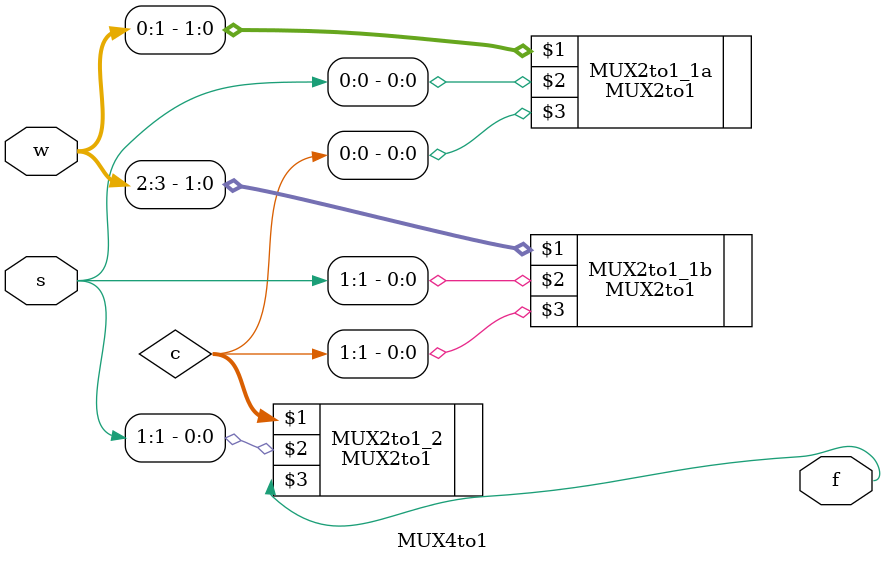
<source format=v>
`include "MUX2to1.v"
module MUX4to1(w,s,f);

input [0:3] w;
input [1:0] s;
output f;
wire [0:1]c;

MUX2to1 MUX2to1_1a(w[0:1],s[0],c[0]);
MUX2to1 MUX2to1_1b(w[2:3],s[1],c[1]);
MUX2to1 MUX2to1_2(c,s[1],f);
endmodule
</source>
